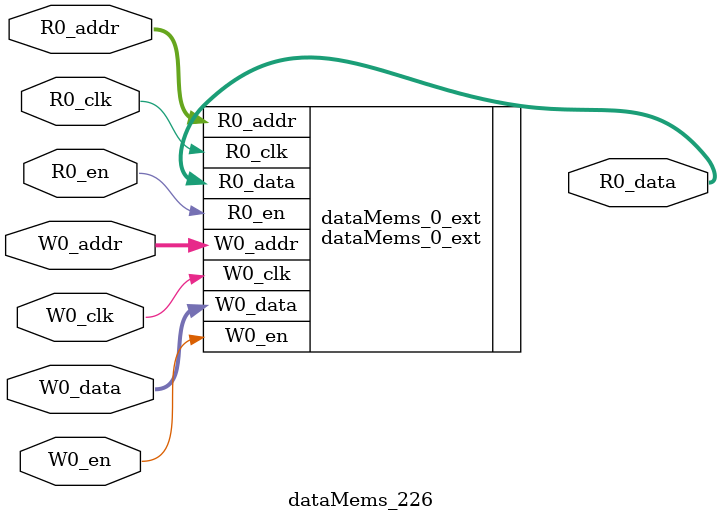
<source format=sv>
`ifndef RANDOMIZE
  `ifdef RANDOMIZE_REG_INIT
    `define RANDOMIZE
  `endif // RANDOMIZE_REG_INIT
`endif // not def RANDOMIZE
`ifndef RANDOMIZE
  `ifdef RANDOMIZE_MEM_INIT
    `define RANDOMIZE
  `endif // RANDOMIZE_MEM_INIT
`endif // not def RANDOMIZE

`ifndef RANDOM
  `define RANDOM $random
`endif // not def RANDOM

// Users can define 'PRINTF_COND' to add an extra gate to prints.
`ifndef PRINTF_COND_
  `ifdef PRINTF_COND
    `define PRINTF_COND_ (`PRINTF_COND)
  `else  // PRINTF_COND
    `define PRINTF_COND_ 1
  `endif // PRINTF_COND
`endif // not def PRINTF_COND_

// Users can define 'ASSERT_VERBOSE_COND' to add an extra gate to assert error printing.
`ifndef ASSERT_VERBOSE_COND_
  `ifdef ASSERT_VERBOSE_COND
    `define ASSERT_VERBOSE_COND_ (`ASSERT_VERBOSE_COND)
  `else  // ASSERT_VERBOSE_COND
    `define ASSERT_VERBOSE_COND_ 1
  `endif // ASSERT_VERBOSE_COND
`endif // not def ASSERT_VERBOSE_COND_

// Users can define 'STOP_COND' to add an extra gate to stop conditions.
`ifndef STOP_COND_
  `ifdef STOP_COND
    `define STOP_COND_ (`STOP_COND)
  `else  // STOP_COND
    `define STOP_COND_ 1
  `endif // STOP_COND
`endif // not def STOP_COND_

// Users can define INIT_RANDOM as general code that gets injected into the
// initializer block for modules with registers.
`ifndef INIT_RANDOM
  `define INIT_RANDOM
`endif // not def INIT_RANDOM

// If using random initialization, you can also define RANDOMIZE_DELAY to
// customize the delay used, otherwise 0.002 is used.
`ifndef RANDOMIZE_DELAY
  `define RANDOMIZE_DELAY 0.002
`endif // not def RANDOMIZE_DELAY

// Define INIT_RANDOM_PROLOG_ for use in our modules below.
`ifndef INIT_RANDOM_PROLOG_
  `ifdef RANDOMIZE
    `ifdef VERILATOR
      `define INIT_RANDOM_PROLOG_ `INIT_RANDOM
    `else  // VERILATOR
      `define INIT_RANDOM_PROLOG_ `INIT_RANDOM #`RANDOMIZE_DELAY begin end
    `endif // VERILATOR
  `else  // RANDOMIZE
    `define INIT_RANDOM_PROLOG_
  `endif // RANDOMIZE
`endif // not def INIT_RANDOM_PROLOG_

// Include register initializers in init blocks unless synthesis is set
`ifndef SYNTHESIS
  `ifndef ENABLE_INITIAL_REG_
    `define ENABLE_INITIAL_REG_
  `endif // not def ENABLE_INITIAL_REG_
`endif // not def SYNTHESIS

// Include rmemory initializers in init blocks unless synthesis is set
`ifndef SYNTHESIS
  `ifndef ENABLE_INITIAL_MEM_
    `define ENABLE_INITIAL_MEM_
  `endif // not def ENABLE_INITIAL_MEM_
`endif // not def SYNTHESIS

module dataMems_226(	// @[generators/ara/src/main/scala/UnsafeAXI4ToTL.scala:365:62]
  input  [4:0]   R0_addr,
  input          R0_en,
  input          R0_clk,
  output [130:0] R0_data,
  input  [4:0]   W0_addr,
  input          W0_en,
  input          W0_clk,
  input  [130:0] W0_data
);

  dataMems_0_ext dataMems_0_ext (	// @[generators/ara/src/main/scala/UnsafeAXI4ToTL.scala:365:62]
    .R0_addr (R0_addr),
    .R0_en   (R0_en),
    .R0_clk  (R0_clk),
    .R0_data (R0_data),
    .W0_addr (W0_addr),
    .W0_en   (W0_en),
    .W0_clk  (W0_clk),
    .W0_data (W0_data)
  );
endmodule


</source>
